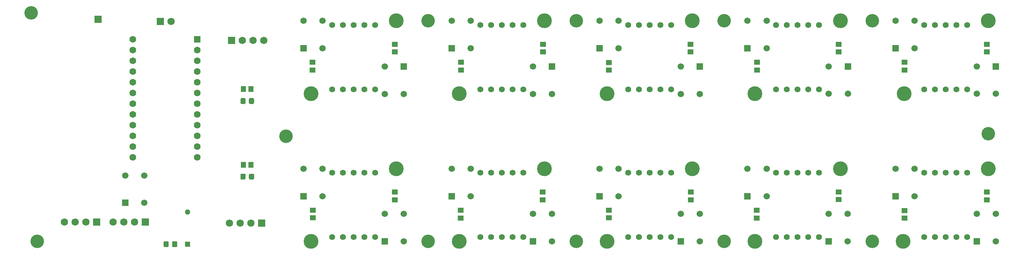
<source format=gbs>
G04 #@! TF.GenerationSoftware,KiCad,Pcbnew,(5.1.10)-1*
G04 #@! TF.CreationDate,2022-05-26T00:57:47+10:00*
G04 #@! TF.ProjectId,UnlockManifolds,556e6c6f-636b-44d6-916e-69666f6c6473,rev?*
G04 #@! TF.SameCoordinates,Original*
G04 #@! TF.FileFunction,Soldermask,Bot*
G04 #@! TF.FilePolarity,Negative*
%FSLAX46Y46*%
G04 Gerber Fmt 4.6, Leading zero omitted, Abs format (unit mm)*
G04 Created by KiCad (PCBNEW (5.1.10)-1) date 2022-05-26 00:57:47*
%MOMM*%
%LPD*%
G01*
G04 APERTURE LIST*
%ADD10R,1.450000X1.150000*%
%ADD11R,1.150000X1.450000*%
%ADD12C,3.500000*%
%ADD13C,3.200000*%
%ADD14C,1.414000*%
%ADD15C,1.500000*%
%ADD16R,1.500000X1.500000*%
%ADD17C,1.725000*%
%ADD18R,1.725000X1.725000*%
%ADD19C,1.300000*%
%ADD20R,1.300000X1.300000*%
%ADD21C,1.600000*%
%ADD22R,1.600000X1.600000*%
G04 APERTURE END LIST*
D10*
X219760800Y-126096600D03*
X219760800Y-124296600D03*
X95326200Y-93588000D03*
X95326200Y-95388000D03*
X114782600Y-89320800D03*
X114782600Y-91120800D03*
X130429000Y-93588000D03*
X130429000Y-95388000D03*
X149809200Y-89320800D03*
X149809200Y-91120800D03*
X165379400Y-93613400D03*
X165379400Y-95413400D03*
X184734200Y-89320800D03*
X184734200Y-91120800D03*
X200431400Y-93588000D03*
X200431400Y-95388000D03*
X219760800Y-89320800D03*
X219760800Y-91120800D03*
X235331000Y-93588000D03*
X235331000Y-95388000D03*
X254812800Y-89320800D03*
X254812800Y-91120800D03*
X254787400Y-126122000D03*
X254787400Y-124322000D03*
X235331000Y-130490800D03*
X235331000Y-128690800D03*
X200406000Y-130440000D03*
X200406000Y-128640000D03*
X184810400Y-126122000D03*
X184810400Y-124322000D03*
X165379400Y-130414600D03*
X165379400Y-128614600D03*
X149733000Y-126122000D03*
X149733000Y-124322000D03*
X130403600Y-130440000D03*
X130403600Y-128640000D03*
X114757200Y-126122000D03*
X114757200Y-124322000D03*
X95377000Y-130389200D03*
X95377000Y-128589200D03*
D11*
X78983000Y-99949000D03*
X80783000Y-99949000D03*
X78983000Y-117856000D03*
X80783000Y-117856000D03*
D12*
X115160000Y-118760000D03*
X150160000Y-118760000D03*
X200000000Y-136000000D03*
X220160000Y-118760000D03*
X235000000Y-136000000D03*
X255160000Y-118760000D03*
X255160000Y-83760000D03*
X235267500Y-101000000D03*
X220160000Y-83760000D03*
X200000000Y-101000000D03*
X185160000Y-83760000D03*
X165000000Y-101000000D03*
X150160000Y-83760000D03*
X130000000Y-101000000D03*
X115160000Y-83760000D03*
X95000000Y-101000000D03*
X95000000Y-136000000D03*
X130000000Y-136000000D03*
X165000000Y-136000000D03*
X185160000Y-118760000D03*
D13*
X28765500Y-81851500D03*
X30226000Y-136000000D03*
X122700000Y-83760000D03*
X157700000Y-83760000D03*
X192700000Y-83760000D03*
X227700000Y-136000000D03*
X227700000Y-83760000D03*
X89027000Y-111061500D03*
X122700000Y-136000000D03*
X157700000Y-136000000D03*
X192700000Y-136000000D03*
X255160000Y-110500000D03*
D14*
X170000000Y-84760000D03*
X172540000Y-84760000D03*
X175080000Y-84760000D03*
X177620000Y-84760000D03*
X180160000Y-84760000D03*
X180160000Y-100000000D03*
X177620000Y-100000000D03*
X175080000Y-100000000D03*
X172540000Y-100000000D03*
X170000000Y-100000000D03*
X100000000Y-84760000D03*
X102540000Y-84760000D03*
X105080000Y-84760000D03*
X107620000Y-84760000D03*
X110160000Y-84760000D03*
X110160000Y-100000000D03*
X107620000Y-100000000D03*
X105080000Y-100000000D03*
X102540000Y-100000000D03*
X100000000Y-100000000D03*
X135000000Y-84760000D03*
X137540000Y-84760000D03*
X140080000Y-84760000D03*
X142620000Y-84760000D03*
X145160000Y-84760000D03*
X145160000Y-100000000D03*
X142620000Y-100000000D03*
X140080000Y-100000000D03*
X137540000Y-100000000D03*
X135000000Y-100000000D03*
X135000000Y-119760000D03*
X137540000Y-119760000D03*
X140080000Y-119760000D03*
X142620000Y-119760000D03*
X145160000Y-119760000D03*
X145160000Y-135000000D03*
X142620000Y-135000000D03*
X140080000Y-135000000D03*
X137540000Y-135000000D03*
X135000000Y-135000000D03*
X205000000Y-119760000D03*
X207540000Y-119760000D03*
X210080000Y-119760000D03*
X212620000Y-119760000D03*
X215160000Y-119760000D03*
X215160000Y-135000000D03*
X212620000Y-135000000D03*
X210080000Y-135000000D03*
X207540000Y-135000000D03*
X205000000Y-135000000D03*
D15*
X97718000Y-83771600D03*
X97718000Y-90271600D03*
X93218000Y-83771600D03*
D16*
X93218000Y-90271600D03*
D15*
X112441600Y-101064200D03*
X112441600Y-94564200D03*
X116941600Y-101064200D03*
D16*
X116941600Y-94564200D03*
D15*
X132719200Y-83771600D03*
X132719200Y-90271600D03*
X128219200Y-83771600D03*
D16*
X128219200Y-90271600D03*
D15*
X147442800Y-101064200D03*
X147442800Y-94564200D03*
X151942800Y-101064200D03*
D16*
X151942800Y-94564200D03*
D15*
X167720400Y-83771600D03*
X167720400Y-90271600D03*
X163220400Y-83771600D03*
D16*
X163220400Y-90271600D03*
D15*
X182418600Y-101064200D03*
X182418600Y-94564200D03*
X186918600Y-101064200D03*
D16*
X186918600Y-94564200D03*
D15*
X202721600Y-83771600D03*
X202721600Y-90271600D03*
X198221600Y-83771600D03*
D16*
X198221600Y-90271600D03*
D15*
X217445200Y-101038800D03*
X217445200Y-94538800D03*
X221945200Y-101038800D03*
D16*
X221945200Y-94538800D03*
D15*
X237722800Y-83771600D03*
X237722800Y-90271600D03*
X233222800Y-83771600D03*
D16*
X233222800Y-90271600D03*
D15*
X252421000Y-101038800D03*
X252421000Y-94538800D03*
X256921000Y-101038800D03*
D16*
X256921000Y-94538800D03*
D15*
X97718000Y-118772800D03*
X97718000Y-125272800D03*
X93218000Y-118772800D03*
D16*
X93218000Y-125272800D03*
D15*
X116945800Y-129466200D03*
X116945800Y-135966200D03*
X112445800Y-129466200D03*
D16*
X112445800Y-135966200D03*
D15*
X132719200Y-118772800D03*
X132719200Y-125272800D03*
X128219200Y-118772800D03*
D16*
X128219200Y-125272800D03*
D15*
X151947000Y-129466200D03*
X151947000Y-135966200D03*
X147447000Y-129466200D03*
D16*
X147447000Y-135966200D03*
D15*
X167720400Y-118772800D03*
X167720400Y-125272800D03*
X163220400Y-118772800D03*
D16*
X163220400Y-125272800D03*
D15*
X186948200Y-129466200D03*
X186948200Y-135966200D03*
X182448200Y-129466200D03*
D16*
X182448200Y-135966200D03*
D15*
X202721600Y-118772800D03*
X202721600Y-125272800D03*
X198221600Y-118772800D03*
D16*
X198221600Y-125272800D03*
D15*
X221924000Y-129466200D03*
X221924000Y-135966200D03*
X217424000Y-129466200D03*
D16*
X217424000Y-135966200D03*
D15*
X237722800Y-118798200D03*
X237722800Y-125298200D03*
X233222800Y-118798200D03*
D16*
X233222800Y-125298200D03*
D15*
X256925200Y-129466200D03*
X256925200Y-135966200D03*
X252425200Y-129466200D03*
D16*
X252425200Y-135966200D03*
D14*
X205000000Y-84760000D03*
X207540000Y-84760000D03*
X210080000Y-84760000D03*
X212620000Y-84760000D03*
X215160000Y-84760000D03*
X215160000Y-100000000D03*
X212620000Y-100000000D03*
X210080000Y-100000000D03*
X207540000Y-100000000D03*
X205000000Y-100000000D03*
X240000000Y-84760000D03*
X242540000Y-84760000D03*
X245080000Y-84760000D03*
X247620000Y-84760000D03*
X250160000Y-84760000D03*
X250160000Y-100000000D03*
X247620000Y-100000000D03*
X245080000Y-100000000D03*
X242540000Y-100000000D03*
X240000000Y-100000000D03*
X100000000Y-119760000D03*
X102540000Y-119760000D03*
X105080000Y-119760000D03*
X107620000Y-119760000D03*
X110160000Y-119760000D03*
X110160000Y-135000000D03*
X107620000Y-135000000D03*
X105080000Y-135000000D03*
X102540000Y-135000000D03*
X100000000Y-135000000D03*
X170000000Y-119760000D03*
X172540000Y-119760000D03*
X175080000Y-119760000D03*
X177620000Y-119760000D03*
X180160000Y-119760000D03*
X180160000Y-135000000D03*
X177620000Y-135000000D03*
X175080000Y-135000000D03*
X172540000Y-135000000D03*
X170000000Y-135000000D03*
X240000000Y-119760000D03*
X242540000Y-119760000D03*
X245080000Y-119760000D03*
X247620000Y-119760000D03*
X250160000Y-119760000D03*
X250160000Y-135000000D03*
X247620000Y-135000000D03*
X245080000Y-135000000D03*
X242540000Y-135000000D03*
X240000000Y-135000000D03*
D17*
X48133000Y-131445000D03*
X50673000Y-131445000D03*
X53213000Y-131445000D03*
D18*
X55753000Y-131445000D03*
D17*
X75692000Y-131699000D03*
X78232000Y-131699000D03*
X80772000Y-131699000D03*
D18*
X83312000Y-131699000D03*
D17*
X83820000Y-88392000D03*
X81280000Y-88392000D03*
X78740000Y-88392000D03*
D18*
X76200000Y-88392000D03*
D17*
X61849000Y-83947000D03*
D18*
X59309000Y-83947000D03*
X44577000Y-83439000D03*
D19*
X65786000Y-129052000D03*
D20*
X65786000Y-136652000D03*
G36*
G01*
X80283000Y-103193001D02*
X80283000Y-102292999D01*
G75*
G02*
X80532999Y-102043000I249999J0D01*
G01*
X81233001Y-102043000D01*
G75*
G02*
X81483000Y-102292999I0J-249999D01*
G01*
X81483000Y-103193001D01*
G75*
G02*
X81233001Y-103443000I-249999J0D01*
G01*
X80532999Y-103443000D01*
G75*
G02*
X80283000Y-103193001I0J249999D01*
G01*
G37*
G36*
G01*
X78283000Y-103193001D02*
X78283000Y-102292999D01*
G75*
G02*
X78532999Y-102043000I249999J0D01*
G01*
X79233001Y-102043000D01*
G75*
G02*
X79483000Y-102292999I0J-249999D01*
G01*
X79483000Y-103193001D01*
G75*
G02*
X79233001Y-103443000I-249999J0D01*
G01*
X78532999Y-103443000D01*
G75*
G02*
X78283000Y-103193001I0J249999D01*
G01*
G37*
G36*
G01*
X80283000Y-121100001D02*
X80283000Y-120199999D01*
G75*
G02*
X80532999Y-119950000I249999J0D01*
G01*
X81233001Y-119950000D01*
G75*
G02*
X81483000Y-120199999I0J-249999D01*
G01*
X81483000Y-121100001D01*
G75*
G02*
X81233001Y-121350000I-249999J0D01*
G01*
X80532999Y-121350000D01*
G75*
G02*
X80283000Y-121100001I0J249999D01*
G01*
G37*
G36*
G01*
X78283000Y-121100001D02*
X78283000Y-120199999D01*
G75*
G02*
X78532999Y-119950000I249999J0D01*
G01*
X79233001Y-119950000D01*
G75*
G02*
X79483000Y-120199999I0J-249999D01*
G01*
X79483000Y-121100001D01*
G75*
G02*
X79233001Y-121350000I-249999J0D01*
G01*
X78532999Y-121350000D01*
G75*
G02*
X78283000Y-121100001I0J249999D01*
G01*
G37*
G36*
G01*
X61322000Y-136201999D02*
X61322000Y-137102001D01*
G75*
G02*
X61072001Y-137352000I-249999J0D01*
G01*
X60371999Y-137352000D01*
G75*
G02*
X60122000Y-137102001I0J249999D01*
G01*
X60122000Y-136201999D01*
G75*
G02*
X60371999Y-135952000I249999J0D01*
G01*
X61072001Y-135952000D01*
G75*
G02*
X61322000Y-136201999I0J-249999D01*
G01*
G37*
G36*
G01*
X63322000Y-136201999D02*
X63322000Y-137102001D01*
G75*
G02*
X63072001Y-137352000I-249999J0D01*
G01*
X62371999Y-137352000D01*
G75*
G02*
X62122000Y-137102001I0J249999D01*
G01*
X62122000Y-136201999D01*
G75*
G02*
X62371999Y-135952000I249999J0D01*
G01*
X63072001Y-135952000D01*
G75*
G02*
X63322000Y-136201999I0J-249999D01*
G01*
G37*
D15*
X55554000Y-120373000D03*
X55554000Y-126873000D03*
X51054000Y-120373000D03*
D16*
X51054000Y-126873000D03*
D21*
X52832000Y-88138000D03*
X52832000Y-90678000D03*
X52832000Y-93218000D03*
X52832000Y-95758000D03*
X52832000Y-98298000D03*
X52832000Y-100838000D03*
X52832000Y-103378000D03*
X52832000Y-105918000D03*
X52832000Y-108458000D03*
X52832000Y-110998000D03*
X52832000Y-113538000D03*
X52832000Y-116078000D03*
X68072000Y-116078000D03*
X68072000Y-113538000D03*
X68072000Y-110998000D03*
X68072000Y-108458000D03*
X68072000Y-105918000D03*
X68072000Y-103378000D03*
X68072000Y-100838000D03*
X68072000Y-98298000D03*
X68072000Y-95758000D03*
X68072000Y-93218000D03*
X68072000Y-90678000D03*
D22*
X68072000Y-88138000D03*
D18*
X44259500Y-131445000D03*
D17*
X41719500Y-131445000D03*
X39179500Y-131445000D03*
X36639500Y-131445000D03*
M02*

</source>
